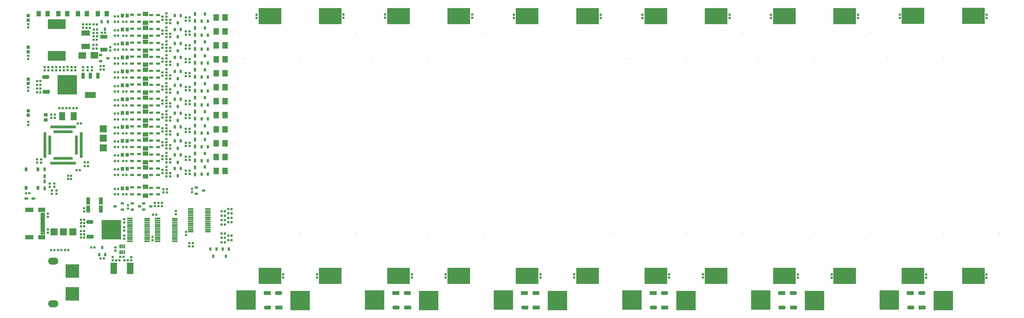
<source format=gts>
G04*
G04 #@! TF.GenerationSoftware,Altium Limited,Altium Designer,18.1.7 (191)*
G04*
G04 Layer_Color=8388736*
%FSLAX44Y44*%
%MOMM*%
G71*
G01*
G75*
%ADD57R,1.8032X2.0032*%
%ADD58R,0.8032X0.8032*%
%ADD59R,2.2032X2.2032*%
%ADD60R,6.2032X6.2032*%
G04:AMPARAMS|DCode=61|XSize=2.2032mm|YSize=1.2032mm|CornerRadius=0mm|HoleSize=0mm|Usage=FLASHONLY|Rotation=180.000|XOffset=0mm|YOffset=0mm|HoleType=Round|Shape=Octagon|*
%AMOCTAGOND61*
4,1,8,-1.1016,0.3008,-1.1016,-0.3008,-0.8008,-0.6016,0.8008,-0.6016,1.1016,-0.3008,1.1016,0.3008,0.8008,0.6016,-0.8008,0.6016,-1.1016,0.3008,0.0*
%
%ADD61OCTAGOND61*%

%ADD62R,2.2032X1.2032*%
%ADD63R,0.8032X0.8032*%
%ADD64R,7.2032X5.2032*%
%ADD65R,0.6532X1.2032*%
%ADD66R,1.4032X1.7032*%
%ADD67R,2.2032X1.3032*%
%ADD68R,0.7532X1.0032*%
%ADD69R,1.0032X0.7532*%
%ADD70R,5.6032X3.1032*%
%ADD71R,1.7032X1.4032*%
%ADD72R,3.4032X1.9032*%
%ADD73R,1.1032X1.9032*%
%ADD74R,0.5532X1.2032*%
%ADD75R,0.5532X1.2032*%
G04:AMPARAMS|DCode=76|XSize=1.6732mm|YSize=0.6832mm|CornerRadius=0.1616mm|HoleSize=0mm|Usage=FLASHONLY|Rotation=90.000|XOffset=0mm|YOffset=0mm|HoleType=Round|Shape=RoundedRectangle|*
%AMROUNDEDRECTD76*
21,1,1.6732,0.3600,0,0,90.0*
21,1,1.3500,0.6832,0,0,90.0*
1,1,0.3232,0.1800,0.6750*
1,1,0.3232,0.1800,-0.6750*
1,1,0.3232,-0.1800,-0.6750*
1,1,0.3232,-0.1800,0.6750*
%
%ADD76ROUNDEDRECTD76*%
%ADD77R,2.4032X2.0032*%
%ADD78R,1.6532X0.5032*%
%ADD79R,1.1332X1.1832*%
%ADD80R,1.2032X0.6532*%
G04:AMPARAMS|DCode=81|XSize=0.5032mm|YSize=1.0032mm|CornerRadius=0.1766mm|HoleSize=0mm|Usage=FLASHONLY|Rotation=0.000|XOffset=0mm|YOffset=0mm|HoleType=Round|Shape=RoundedRectangle|*
%AMROUNDEDRECTD81*
21,1,0.5032,0.6500,0,0,0.0*
21,1,0.1500,1.0032,0,0,0.0*
1,1,0.3532,0.0750,-0.3250*
1,1,0.3532,-0.0750,-0.3250*
1,1,0.3532,-0.0750,0.3250*
1,1,0.3532,0.0750,0.3250*
%
%ADD81ROUNDEDRECTD81*%
G04:AMPARAMS|DCode=82|XSize=0.5032mm|YSize=1.0032mm|CornerRadius=0.1766mm|HoleSize=0mm|Usage=FLASHONLY|Rotation=90.000|XOffset=0mm|YOffset=0mm|HoleType=Round|Shape=RoundedRectangle|*
%AMROUNDEDRECTD82*
21,1,0.5032,0.6500,0,0,90.0*
21,1,0.1500,1.0032,0,0,90.0*
1,1,0.3532,0.3250,0.0750*
1,1,0.3532,0.3250,-0.0750*
1,1,0.3532,-0.3250,-0.0750*
1,1,0.3532,-0.3250,0.0750*
%
%ADD82ROUNDEDRECTD82*%
%ADD83R,1.0032X1.0032*%
%ADD84R,0.9032X1.3032*%
%ADD85R,1.1832X1.1332*%
%ADD86R,1.3532X0.8032*%
%ADD87R,1.3532X0.5032*%
%ADD88R,2.0032X3.6032*%
%ADD89R,1.3032X2.2032*%
%ADD90R,1.9032X2.6032*%
%ADD91C,0.2032*%
%ADD92R,4.2032X4.2032*%
%ADD93O,3.2032X2.2032*%
%ADD94R,2.2032X1.4032*%
%ADD95R,2.5032X1.4032*%
D57*
X914000Y711000D02*
D03*
X886000D02*
D03*
X914000Y667000D02*
D03*
X886000D02*
D03*
X914000Y975000D02*
D03*
X886000D02*
D03*
X914000Y931000D02*
D03*
X886000D02*
D03*
X914000Y887000D02*
D03*
X886000D02*
D03*
X914000Y843000D02*
D03*
X886000D02*
D03*
X914000Y798000D02*
D03*
X886000D02*
D03*
X914000Y754000D02*
D03*
X886000D02*
D03*
X914000Y1019000D02*
D03*
X886000D02*
D03*
X914000Y1063000D02*
D03*
X886000D02*
D03*
X914000Y1107000D02*
D03*
X886000D02*
D03*
X914000Y1151000D02*
D03*
X886000D02*
D03*
D58*
X715000Y555920D02*
D03*
Y566080D02*
D03*
X704000Y555920D02*
D03*
Y566080D02*
D03*
X693000Y555920D02*
D03*
Y566080D02*
D03*
X729000Y649920D02*
D03*
Y660080D02*
D03*
Y669920D02*
D03*
Y680080D02*
D03*
Y704080D02*
D03*
Y693920D02*
D03*
Y713920D02*
D03*
Y724080D02*
D03*
Y748080D02*
D03*
Y737920D02*
D03*
Y757920D02*
D03*
Y768080D02*
D03*
Y792080D02*
D03*
Y781920D02*
D03*
Y801920D02*
D03*
Y812080D02*
D03*
Y836080D02*
D03*
Y825920D02*
D03*
Y845920D02*
D03*
Y856080D02*
D03*
Y880080D02*
D03*
Y869920D02*
D03*
Y889920D02*
D03*
Y900080D02*
D03*
Y924080D02*
D03*
Y913920D02*
D03*
Y933920D02*
D03*
Y944080D02*
D03*
Y968080D02*
D03*
Y957920D02*
D03*
Y977920D02*
D03*
Y988080D02*
D03*
Y1012080D02*
D03*
Y1001920D02*
D03*
Y1021920D02*
D03*
Y1032080D02*
D03*
Y1056080D02*
D03*
Y1045920D02*
D03*
X729000Y1065920D02*
D03*
Y1076080D02*
D03*
X729000Y1100080D02*
D03*
Y1089920D02*
D03*
Y1109920D02*
D03*
Y1120080D02*
D03*
Y1144080D02*
D03*
Y1133920D02*
D03*
Y1153920D02*
D03*
Y1164080D02*
D03*
X685000Y448920D02*
D03*
Y459080D02*
D03*
X362000Y627080D02*
D03*
Y616920D02*
D03*
X369000Y605080D02*
D03*
Y594920D02*
D03*
X376000Y627080D02*
D03*
Y616920D02*
D03*
X383000Y605080D02*
D03*
Y594920D02*
D03*
X731000Y598920D02*
D03*
Y609080D02*
D03*
X720000D02*
D03*
Y598920D02*
D03*
X596000Y478920D02*
D03*
Y489080D02*
D03*
Y515080D02*
D03*
Y504920D02*
D03*
X1097000Y341080D02*
D03*
Y330920D02*
D03*
X1203000Y341080D02*
D03*
Y330920D02*
D03*
X1502000Y341080D02*
D03*
Y330920D02*
D03*
X1608000Y341080D02*
D03*
Y330920D02*
D03*
X1907000Y341080D02*
D03*
Y330920D02*
D03*
X2013000Y341080D02*
D03*
Y330920D02*
D03*
X2312000Y341080D02*
D03*
Y330920D02*
D03*
X2418000Y341080D02*
D03*
Y330920D02*
D03*
X2717000Y340080D02*
D03*
Y329920D02*
D03*
X2824000Y340080D02*
D03*
Y329920D02*
D03*
X3121000Y340080D02*
D03*
Y329920D02*
D03*
X3311000Y340080D02*
D03*
Y329920D02*
D03*
X1013000Y1160080D02*
D03*
Y1149920D02*
D03*
X1286000Y1161080D02*
D03*
Y1150920D02*
D03*
X1418000Y1161080D02*
D03*
Y1150920D02*
D03*
X1692000Y1161080D02*
D03*
Y1150920D02*
D03*
X1823000Y1160080D02*
D03*
Y1149920D02*
D03*
X2097000Y1160080D02*
D03*
Y1149920D02*
D03*
X2228000Y1160080D02*
D03*
Y1149920D02*
D03*
X2502000Y1160080D02*
D03*
Y1149920D02*
D03*
X2633000Y1160080D02*
D03*
Y1149920D02*
D03*
X2907000Y1160080D02*
D03*
Y1149920D02*
D03*
X3038000Y1160080D02*
D03*
Y1149920D02*
D03*
X3312000Y1160080D02*
D03*
Y1149920D02*
D03*
X791000Y475080D02*
D03*
Y464920D02*
D03*
X759000Y530920D02*
D03*
Y541080D02*
D03*
X568000Y415920D02*
D03*
Y426080D02*
D03*
X495000Y984920D02*
D03*
Y995080D02*
D03*
X481000Y984920D02*
D03*
Y995080D02*
D03*
X442000Y984920D02*
D03*
Y995080D02*
D03*
X430000Y984920D02*
D03*
Y995080D02*
D03*
X418000Y985000D02*
D03*
Y995160D02*
D03*
X406000Y984920D02*
D03*
Y995080D02*
D03*
X394000Y984920D02*
D03*
Y995080D02*
D03*
X552000Y1046920D02*
D03*
Y1057080D02*
D03*
X717000Y1099920D02*
D03*
Y1110080D02*
D03*
X322000Y692920D02*
D03*
Y703080D02*
D03*
X608000Y548920D02*
D03*
Y559080D02*
D03*
X467000Y995080D02*
D03*
Y984920D02*
D03*
X596000Y452920D02*
D03*
Y463080D02*
D03*
X467000Y1118920D02*
D03*
Y1129080D02*
D03*
X370000Y995080D02*
D03*
Y984920D02*
D03*
X346000Y995080D02*
D03*
Y984920D02*
D03*
X511000Y1102080D02*
D03*
Y1091920D02*
D03*
X500000Y1102080D02*
D03*
Y1091920D02*
D03*
X358000Y984920D02*
D03*
Y995080D02*
D03*
X741000Y660080D02*
D03*
Y649920D02*
D03*
Y704080D02*
D03*
Y693920D02*
D03*
Y748080D02*
D03*
Y737920D02*
D03*
Y792080D02*
D03*
Y781920D02*
D03*
Y836080D02*
D03*
Y825920D02*
D03*
Y880080D02*
D03*
Y869920D02*
D03*
Y924080D02*
D03*
Y913920D02*
D03*
Y968080D02*
D03*
Y957920D02*
D03*
Y1012080D02*
D03*
Y1001920D02*
D03*
Y1056080D02*
D03*
Y1045920D02*
D03*
Y1100080D02*
D03*
Y1089920D02*
D03*
Y1144080D02*
D03*
Y1133920D02*
D03*
X802000Y1140920D02*
D03*
Y1151080D02*
D03*
X790000D02*
D03*
Y1140920D02*
D03*
X717000Y1154080D02*
D03*
Y1143920D02*
D03*
X802000Y1096920D02*
D03*
Y1107080D02*
D03*
X790000D02*
D03*
Y1096920D02*
D03*
X802000Y1052920D02*
D03*
Y1063080D02*
D03*
X790000D02*
D03*
Y1052920D02*
D03*
X717000Y1066080D02*
D03*
Y1055920D02*
D03*
X802000Y1009920D02*
D03*
Y1020080D02*
D03*
X790000D02*
D03*
Y1009920D02*
D03*
X717000Y1022080D02*
D03*
Y1011920D02*
D03*
X802000Y965920D02*
D03*
Y976080D02*
D03*
X790000D02*
D03*
Y965920D02*
D03*
X717000Y978080D02*
D03*
Y967920D02*
D03*
X802000Y921920D02*
D03*
Y932080D02*
D03*
X790000D02*
D03*
Y921920D02*
D03*
X717000Y934080D02*
D03*
Y923920D02*
D03*
Y890080D02*
D03*
Y879920D02*
D03*
X790000Y888080D02*
D03*
Y877920D02*
D03*
X802000Y877920D02*
D03*
Y888080D02*
D03*
X717000Y846080D02*
D03*
Y835920D02*
D03*
X790000Y844080D02*
D03*
Y833920D02*
D03*
X802000D02*
D03*
Y844080D02*
D03*
X717000Y802080D02*
D03*
Y791920D02*
D03*
X790000Y800080D02*
D03*
Y789920D02*
D03*
X802000Y789920D02*
D03*
Y800080D02*
D03*
Y745920D02*
D03*
Y756080D02*
D03*
X790000Y756080D02*
D03*
Y745920D02*
D03*
X717000Y758080D02*
D03*
Y747920D02*
D03*
Y714080D02*
D03*
Y703920D02*
D03*
X790000Y712080D02*
D03*
Y701920D02*
D03*
X802000Y701920D02*
D03*
Y712080D02*
D03*
Y657920D02*
D03*
Y668080D02*
D03*
X790000Y668080D02*
D03*
Y657920D02*
D03*
X294000Y811920D02*
D03*
Y822080D02*
D03*
X810000Y599920D02*
D03*
Y610080D02*
D03*
X382000Y984920D02*
D03*
Y995080D02*
D03*
X294000Y919920D02*
D03*
Y930080D02*
D03*
Y1019920D02*
D03*
Y1030080D02*
D03*
Y1119920D02*
D03*
Y1130080D02*
D03*
X470000Y549080D02*
D03*
Y538920D02*
D03*
X717000Y659920D02*
D03*
Y670080D02*
D03*
X560000Y395080D02*
D03*
Y384920D02*
D03*
X812000Y439080D02*
D03*
Y428920D02*
D03*
X335000Y703080D02*
D03*
Y692920D02*
D03*
X419000Y641920D02*
D03*
Y652080D02*
D03*
X429000Y641920D02*
D03*
Y652080D02*
D03*
X618000Y384920D02*
D03*
Y395080D02*
D03*
X801000Y439080D02*
D03*
Y428920D02*
D03*
X378000Y834920D02*
D03*
Y845080D02*
D03*
X367000D02*
D03*
Y834920D02*
D03*
X356000Y482080D02*
D03*
Y471920D02*
D03*
X356000Y521920D02*
D03*
Y532080D02*
D03*
D59*
X435000Y475000D02*
D03*
X405000D02*
D03*
X375000D02*
D03*
X530000Y800000D02*
D03*
Y740000D02*
D03*
Y770000D02*
D03*
D60*
X555500Y482000D02*
D03*
X980000Y259998D02*
D03*
X1150000Y257998D02*
D03*
X417000Y939000D02*
D03*
X1555000Y257998D02*
D03*
X1385000Y259998D02*
D03*
X1960000Y257998D02*
D03*
X1790000Y259998D02*
D03*
X2365000Y257998D02*
D03*
X2195000Y259998D02*
D03*
X2770000Y257998D02*
D03*
X2600000Y259998D02*
D03*
X3175000Y257998D02*
D03*
X3005000Y259998D02*
D03*
D61*
X488000Y506000D02*
D03*
X1047500Y235998D02*
D03*
X1082500Y281998D02*
D03*
X349500Y963000D02*
D03*
X1487500Y281998D02*
D03*
X1452500Y235998D02*
D03*
X1892500Y281998D02*
D03*
X1857500Y235998D02*
D03*
X2297500Y281998D02*
D03*
X2262500Y235998D02*
D03*
X2702500Y281998D02*
D03*
X2667500Y235998D02*
D03*
X3107500Y281998D02*
D03*
X3072500Y235998D02*
D03*
D62*
X489000Y460000D02*
D03*
X1046500Y281998D02*
D03*
X1083500Y235998D02*
D03*
X350500Y917000D02*
D03*
X1488500Y235998D02*
D03*
X1451500Y281998D02*
D03*
X1893500Y235998D02*
D03*
X1856500Y281998D02*
D03*
X2298500Y235998D02*
D03*
X2261500Y281998D02*
D03*
X2703500Y235998D02*
D03*
X2666500Y281998D02*
D03*
X3108500Y235998D02*
D03*
X3071500Y281998D02*
D03*
D63*
X459920Y467000D02*
D03*
X470080D02*
D03*
X459920Y503000D02*
D03*
X470080D02*
D03*
Y457000D02*
D03*
X459920D02*
D03*
Y477000D02*
D03*
X470080D02*
D03*
X459920Y513000D02*
D03*
X470080D02*
D03*
X459920Y493000D02*
D03*
X470080D02*
D03*
X686920Y529000D02*
D03*
X697080D02*
D03*
X532080Y987000D02*
D03*
X521920D02*
D03*
X536080Y1103000D02*
D03*
X525920D02*
D03*
X532080Y998000D02*
D03*
X521920D02*
D03*
X482080Y682000D02*
D03*
X471920D02*
D03*
X510080Y1081000D02*
D03*
X499920D02*
D03*
X509080Y1053000D02*
D03*
X498920D02*
D03*
Y1065000D02*
D03*
X509080D02*
D03*
X500920Y1113000D02*
D03*
X511080D02*
D03*
X477920Y1118000D02*
D03*
X488080D02*
D03*
X510080Y1129000D02*
D03*
X499920D02*
D03*
X488080D02*
D03*
X477920D02*
D03*
X592920Y874000D02*
D03*
X603080D02*
D03*
X577080D02*
D03*
X566920D02*
D03*
X592920Y593000D02*
D03*
X603080D02*
D03*
X577080D02*
D03*
X566920D02*
D03*
X592920Y1138000D02*
D03*
X603080D02*
D03*
X577080D02*
D03*
X566920D02*
D03*
X592920Y1094000D02*
D03*
X603080D02*
D03*
X577080D02*
D03*
X566920D02*
D03*
X592920Y1050000D02*
D03*
X603080D02*
D03*
X577080D02*
D03*
X566920D02*
D03*
X592920Y1006000D02*
D03*
X603080D02*
D03*
X577080D02*
D03*
X566920D02*
D03*
X592920Y962000D02*
D03*
X603080D02*
D03*
X577080D02*
D03*
X566920D02*
D03*
X592920Y918000D02*
D03*
X603080D02*
D03*
X577080D02*
D03*
X566920D02*
D03*
X592920Y830000D02*
D03*
X603080D02*
D03*
X577080D02*
D03*
X566920D02*
D03*
X592920Y786000D02*
D03*
X603080D02*
D03*
X577080D02*
D03*
X566920D02*
D03*
X592920Y742000D02*
D03*
X603080D02*
D03*
X577080D02*
D03*
X566920D02*
D03*
X592920Y698000D02*
D03*
X603080D02*
D03*
X577080D02*
D03*
X566920D02*
D03*
X592920Y654000D02*
D03*
X603080D02*
D03*
X577080D02*
D03*
X566920D02*
D03*
X566920Y610000D02*
D03*
X577080D02*
D03*
X566920Y1155000D02*
D03*
X577080D02*
D03*
X566920Y1111000D02*
D03*
X577080D02*
D03*
X566920Y1067000D02*
D03*
X577080D02*
D03*
X566920Y1023000D02*
D03*
X577080D02*
D03*
X566920Y979000D02*
D03*
X577080D02*
D03*
X566920Y935000D02*
D03*
X577080D02*
D03*
X566920Y891000D02*
D03*
X577080D02*
D03*
X566920Y848000D02*
D03*
X577080D02*
D03*
X566920Y804000D02*
D03*
X577080D02*
D03*
X566920Y760000D02*
D03*
X577080D02*
D03*
X566920Y716000D02*
D03*
X577080D02*
D03*
X566920Y672000D02*
D03*
X577080D02*
D03*
X321920Y915000D02*
D03*
X332080D02*
D03*
Y939000D02*
D03*
X321920D02*
D03*
X332080Y927000D02*
D03*
X321920D02*
D03*
X594080Y396000D02*
D03*
X583920D02*
D03*
X581080Y385000D02*
D03*
X570920D02*
D03*
X398080Y417000D02*
D03*
X387920D02*
D03*
X902920Y442000D02*
D03*
X913080D02*
D03*
X923920Y463000D02*
D03*
X934080D02*
D03*
X449840Y817000D02*
D03*
X460000D02*
D03*
X502080Y426000D02*
D03*
X491920D02*
D03*
X376080Y417000D02*
D03*
X365920D02*
D03*
X321920Y951000D02*
D03*
X332080D02*
D03*
X413920Y865000D02*
D03*
X424080D02*
D03*
X446080D02*
D03*
X435920D02*
D03*
X391920Y865000D02*
D03*
X402080D02*
D03*
X286920Y597000D02*
D03*
X297080D02*
D03*
X446920Y670000D02*
D03*
X457080D02*
D03*
X471920Y694000D02*
D03*
X482080D02*
D03*
X521920Y391000D02*
D03*
X532080D02*
D03*
X420080Y417000D02*
D03*
X409920D02*
D03*
X923920Y547000D02*
D03*
X934080D02*
D03*
X923920Y533000D02*
D03*
X934080D02*
D03*
X902920Y540000D02*
D03*
X913080D02*
D03*
X923920Y519190D02*
D03*
X934080D02*
D03*
X902920Y526000D02*
D03*
X913080D02*
D03*
X902920Y512000D02*
D03*
X913080D02*
D03*
X923920Y505000D02*
D03*
X934080D02*
D03*
X902920Y498000D02*
D03*
X913080D02*
D03*
X902920Y470000D02*
D03*
X913080D02*
D03*
X902920Y456000D02*
D03*
X913080D02*
D03*
X923920Y449000D02*
D03*
X934080D02*
D03*
X596920Y385000D02*
D03*
X607080D02*
D03*
D64*
X3270000Y1156352D02*
D03*
X3270000Y336352D02*
D03*
X3080000D02*
D03*
Y1156352D02*
D03*
X2865000Y1156000D02*
D03*
X2865000Y336000D02*
D03*
X2675000D02*
D03*
Y1156000D02*
D03*
X2460000D02*
D03*
X2460000Y336000D02*
D03*
X2270000D02*
D03*
Y1156000D02*
D03*
X2055000Y1156000D02*
D03*
X2055000Y336000D02*
D03*
X1865000D02*
D03*
Y1156000D02*
D03*
X1650000Y1156000D02*
D03*
X1650000Y336000D02*
D03*
X1460000D02*
D03*
Y1156000D02*
D03*
X1245000Y1156000D02*
D03*
X1245000Y336000D02*
D03*
X1055000D02*
D03*
Y1156000D02*
D03*
D65*
X346000Y612000D02*
D03*
Y634000D02*
D03*
Y672000D02*
D03*
Y650000D02*
D03*
X819000Y678000D02*
D03*
Y656000D02*
D03*
Y722000D02*
D03*
Y700000D02*
D03*
Y766000D02*
D03*
Y744000D02*
D03*
Y810000D02*
D03*
Y788000D02*
D03*
Y854000D02*
D03*
Y832000D02*
D03*
Y898000D02*
D03*
Y876000D02*
D03*
Y942000D02*
D03*
Y920000D02*
D03*
Y986000D02*
D03*
Y964000D02*
D03*
Y1030000D02*
D03*
Y1008000D02*
D03*
Y1074000D02*
D03*
Y1052000D02*
D03*
Y1118000D02*
D03*
Y1096000D02*
D03*
Y1162000D02*
D03*
Y1140000D02*
D03*
D66*
X327092Y1163000D02*
D03*
X355000D02*
D03*
X513046Y1163000D02*
D03*
X540954D02*
D03*
X451046D02*
D03*
X478954D02*
D03*
X389046D02*
D03*
X416954D02*
D03*
D67*
X532000Y1050000D02*
D03*
Y1090000D02*
D03*
D68*
X535000Y1114500D02*
D03*
X525500Y1137500D02*
D03*
X544500D02*
D03*
X765000Y651500D02*
D03*
X755500Y674500D02*
D03*
X774500D02*
D03*
X765000Y694500D02*
D03*
X755500Y717500D02*
D03*
X774500D02*
D03*
X765000Y738500D02*
D03*
X755500Y761500D02*
D03*
X774500D02*
D03*
X765000Y782500D02*
D03*
X755500Y805500D02*
D03*
X774500D02*
D03*
X765000Y826500D02*
D03*
X755500Y849500D02*
D03*
X774500D02*
D03*
X765000Y870500D02*
D03*
X755500Y893500D02*
D03*
X774500D02*
D03*
X765000Y914500D02*
D03*
X755500Y937500D02*
D03*
X774500D02*
D03*
X765000Y958500D02*
D03*
X755500Y981500D02*
D03*
X774500D02*
D03*
X765000Y1002500D02*
D03*
X755500Y1025500D02*
D03*
X774500D02*
D03*
X765000Y1046500D02*
D03*
X755500Y1069500D02*
D03*
X774500D02*
D03*
X765000Y1090500D02*
D03*
X755500Y1113500D02*
D03*
X774500D02*
D03*
X765000Y1134500D02*
D03*
X755500Y1157500D02*
D03*
X774500D02*
D03*
X850000Y1162500D02*
D03*
X859500Y1139500D02*
D03*
X840500D02*
D03*
X850000Y1118500D02*
D03*
X859500Y1095500D02*
D03*
X840500D02*
D03*
X850000Y1074500D02*
D03*
X859500Y1051500D02*
D03*
X840500D02*
D03*
X850000Y1030500D02*
D03*
X859500Y1007500D02*
D03*
X840500D02*
D03*
X850000Y986500D02*
D03*
X859500Y963500D02*
D03*
X840500D02*
D03*
X850000Y942500D02*
D03*
X859500Y919500D02*
D03*
X840500D02*
D03*
X850000Y898500D02*
D03*
X859500Y875500D02*
D03*
X840500D02*
D03*
X850000Y854500D02*
D03*
X859500Y831500D02*
D03*
X840500D02*
D03*
X850000Y809500D02*
D03*
X859500Y786500D02*
D03*
X840500D02*
D03*
X850000Y766500D02*
D03*
X859500Y743500D02*
D03*
X840500D02*
D03*
X850000Y722500D02*
D03*
X859500Y699500D02*
D03*
X840500D02*
D03*
X850000Y679500D02*
D03*
X859500Y656500D02*
D03*
X840500D02*
D03*
X517500Y402500D02*
D03*
X536500D02*
D03*
X527000Y425500D02*
D03*
X925500Y420500D02*
D03*
X906500D02*
D03*
X916000Y397500D02*
D03*
X886500Y420500D02*
D03*
X867500D02*
D03*
X877000Y397500D02*
D03*
D69*
X545000Y1023000D02*
D03*
X522000Y1013500D02*
D03*
Y1032500D02*
D03*
X644500Y555000D02*
D03*
X621500Y545500D02*
D03*
Y564500D02*
D03*
X680500Y555000D02*
D03*
X657500Y545500D02*
D03*
Y564500D02*
D03*
X567500Y555000D02*
D03*
X590500Y564500D02*
D03*
Y545500D02*
D03*
X846500Y605000D02*
D03*
X823500Y595500D02*
D03*
Y614500D02*
D03*
D70*
X384000Y1130000D02*
D03*
Y1030000D02*
D03*
D71*
X663000Y589046D02*
D03*
Y616954D02*
D03*
X663000Y1134046D02*
D03*
Y1161954D02*
D03*
Y1090046D02*
D03*
Y1117954D02*
D03*
Y1046046D02*
D03*
Y1073954D02*
D03*
Y1002046D02*
D03*
Y1029954D02*
D03*
Y958046D02*
D03*
Y985954D02*
D03*
Y914046D02*
D03*
Y941954D02*
D03*
Y870046D02*
D03*
Y897954D02*
D03*
Y826046D02*
D03*
Y853954D02*
D03*
Y782046D02*
D03*
Y809954D02*
D03*
Y738046D02*
D03*
Y765954D02*
D03*
Y694046D02*
D03*
Y721954D02*
D03*
Y650046D02*
D03*
Y677954D02*
D03*
D72*
X490000Y907000D02*
D03*
D73*
X467000Y968000D02*
D03*
X490000D02*
D03*
X513000D02*
D03*
D74*
X583500Y410500D02*
D03*
X590000Y429500D02*
D03*
X583500D02*
D03*
X590000Y410500D02*
D03*
X596500D02*
D03*
D75*
X596500Y429500D02*
D03*
D76*
X465250Y1059500D02*
D03*
X471750D02*
D03*
X478250D02*
D03*
X484750D02*
D03*
Y1102500D02*
D03*
X478250D02*
D03*
X471750D02*
D03*
X465250D02*
D03*
D77*
X502000Y1032000D02*
D03*
X464000Y1031000D02*
D03*
D78*
X668500Y490750D02*
D03*
Y484250D02*
D03*
Y477750D02*
D03*
Y471250D02*
D03*
Y464750D02*
D03*
Y458250D02*
D03*
Y445250D02*
D03*
Y451750D02*
D03*
X614000Y451800D02*
D03*
Y445300D02*
D03*
Y458300D02*
D03*
Y464800D02*
D03*
Y471300D02*
D03*
Y477800D02*
D03*
Y484300D02*
D03*
Y490800D02*
D03*
Y497300D02*
D03*
Y503800D02*
D03*
Y510300D02*
D03*
Y516800D02*
D03*
X668500Y516750D02*
D03*
Y510250D02*
D03*
Y503750D02*
D03*
Y497250D02*
D03*
X755500Y490750D02*
D03*
Y484250D02*
D03*
Y477750D02*
D03*
Y471250D02*
D03*
Y464750D02*
D03*
Y458250D02*
D03*
Y445250D02*
D03*
Y451750D02*
D03*
X701000Y451800D02*
D03*
Y445300D02*
D03*
Y458300D02*
D03*
Y464800D02*
D03*
Y471300D02*
D03*
Y477800D02*
D03*
Y484300D02*
D03*
Y490800D02*
D03*
Y497300D02*
D03*
Y503800D02*
D03*
Y510300D02*
D03*
Y516800D02*
D03*
X755500Y516750D02*
D03*
Y510250D02*
D03*
Y503750D02*
D03*
Y497250D02*
D03*
X805500Y501373D02*
D03*
Y507873D02*
D03*
Y514373D02*
D03*
Y520873D02*
D03*
Y527373D02*
D03*
Y533873D02*
D03*
Y546873D02*
D03*
Y540373D02*
D03*
X860000Y540323D02*
D03*
Y546823D02*
D03*
Y533823D02*
D03*
Y527323D02*
D03*
Y520823D02*
D03*
Y514323D02*
D03*
Y507823D02*
D03*
Y501323D02*
D03*
Y494823D02*
D03*
Y488323D02*
D03*
Y481823D02*
D03*
Y475323D02*
D03*
X805500Y475373D02*
D03*
Y481873D02*
D03*
Y488373D02*
D03*
Y494873D02*
D03*
D79*
X605700Y612000D02*
D03*
X590300D02*
D03*
X605700Y1157000D02*
D03*
X590300D02*
D03*
X605700Y1113000D02*
D03*
X590300D02*
D03*
X605700Y1069000D02*
D03*
X590300D02*
D03*
X605700Y1025000D02*
D03*
X590300D02*
D03*
X605700Y981000D02*
D03*
X590300D02*
D03*
X605700Y937000D02*
D03*
X590300D02*
D03*
X605700Y893000D02*
D03*
X590300D02*
D03*
X605700Y806000D02*
D03*
X590300D02*
D03*
X605700Y850000D02*
D03*
X590300D02*
D03*
X605700Y762000D02*
D03*
X590300D02*
D03*
X605700Y718000D02*
D03*
X590300D02*
D03*
X605700Y674000D02*
D03*
X590300D02*
D03*
D80*
X681000Y614000D02*
D03*
X703000D02*
D03*
X703000Y593000D02*
D03*
X681000D02*
D03*
X643000Y615000D02*
D03*
X621000D02*
D03*
X621000Y593000D02*
D03*
X643000D02*
D03*
X681000Y1159000D02*
D03*
X703000D02*
D03*
X703000Y1138000D02*
D03*
X681000D02*
D03*
X643000Y1160000D02*
D03*
X621000D02*
D03*
X621000Y1138000D02*
D03*
X643000D02*
D03*
X681000Y1115000D02*
D03*
X703000D02*
D03*
X703000Y1094000D02*
D03*
X681000D02*
D03*
X643000Y1116000D02*
D03*
X621000D02*
D03*
X621000Y1094000D02*
D03*
X643000D02*
D03*
X621000Y1050000D02*
D03*
X643000D02*
D03*
X643000Y1072000D02*
D03*
X621000D02*
D03*
X703000Y1050000D02*
D03*
X681000D02*
D03*
X681000Y1071000D02*
D03*
X703000D02*
D03*
X621000Y1006000D02*
D03*
X643000D02*
D03*
X643000Y1028000D02*
D03*
X621000D02*
D03*
X703000Y1006000D02*
D03*
X681000D02*
D03*
X681000Y1027000D02*
D03*
X703000D02*
D03*
X621000Y962000D02*
D03*
X643000D02*
D03*
X643000Y984000D02*
D03*
X621000D02*
D03*
X703000Y962000D02*
D03*
X681000D02*
D03*
X681000Y983000D02*
D03*
X703000D02*
D03*
X681000Y939000D02*
D03*
X703000D02*
D03*
X703000Y918000D02*
D03*
X681000D02*
D03*
X643000Y940000D02*
D03*
X621000D02*
D03*
X621000Y918000D02*
D03*
X643000D02*
D03*
X621000Y874000D02*
D03*
X643000D02*
D03*
X643000Y896000D02*
D03*
X621000D02*
D03*
X703000Y874000D02*
D03*
X681000D02*
D03*
X681000Y895000D02*
D03*
X703000D02*
D03*
X681000Y851000D02*
D03*
X703000D02*
D03*
X703000Y830000D02*
D03*
X681000D02*
D03*
X643000Y852000D02*
D03*
X621000D02*
D03*
X621000Y830000D02*
D03*
X643000D02*
D03*
X621000Y786000D02*
D03*
X643000D02*
D03*
X643000Y808000D02*
D03*
X621000D02*
D03*
X703000Y786000D02*
D03*
X681000D02*
D03*
X681000Y807000D02*
D03*
X703000D02*
D03*
X621000Y742000D02*
D03*
X643000D02*
D03*
X643000Y764000D02*
D03*
X621000D02*
D03*
X703000Y742000D02*
D03*
X681000D02*
D03*
X681000Y763000D02*
D03*
X703000D02*
D03*
X681000Y719000D02*
D03*
X703000D02*
D03*
X703000Y698000D02*
D03*
X681000D02*
D03*
X643000Y720000D02*
D03*
X621000D02*
D03*
X621000Y698000D02*
D03*
X643000D02*
D03*
X621000Y676000D02*
D03*
X643000D02*
D03*
X681000Y654000D02*
D03*
X703000D02*
D03*
X643000Y654000D02*
D03*
X621000D02*
D03*
X703000Y675000D02*
D03*
X681000D02*
D03*
X288000Y580000D02*
D03*
X310000D02*
D03*
D81*
X431000Y691750D02*
D03*
X436000D02*
D03*
X426000D02*
D03*
X441000D02*
D03*
X416000D02*
D03*
X421000D02*
D03*
X406000D02*
D03*
X411000D02*
D03*
X391000D02*
D03*
X401000D02*
D03*
X396000D02*
D03*
X371000D02*
D03*
X376000D02*
D03*
X366000D02*
D03*
X386000D02*
D03*
X381000D02*
D03*
X441000Y806170D02*
D03*
X436000D02*
D03*
X431000D02*
D03*
X426000D02*
D03*
X406000D02*
D03*
X411000D02*
D03*
X401000D02*
D03*
X421000D02*
D03*
X416000D02*
D03*
X396000D02*
D03*
X391000D02*
D03*
X386000D02*
D03*
X371000D02*
D03*
X366000D02*
D03*
X381000D02*
D03*
X376000D02*
D03*
X431500Y790750D02*
D03*
X426500Y790750D02*
D03*
X421500Y790750D02*
D03*
X416500Y790750D02*
D03*
X411500D02*
D03*
X406500D02*
D03*
X401500D02*
D03*
X396500D02*
D03*
X391500Y790750D02*
D03*
X386500Y790750D02*
D03*
X381500D02*
D03*
X376500D02*
D03*
X431500Y707250D02*
D03*
X426500D02*
D03*
X421500D02*
D03*
X416500D02*
D03*
X411500D02*
D03*
X406500D02*
D03*
X401500D02*
D03*
X396500D02*
D03*
X391500D02*
D03*
X386500D02*
D03*
X381500D02*
D03*
X376500D02*
D03*
D82*
X460500Y711250D02*
D03*
Y721250D02*
D03*
Y726250D02*
D03*
Y716250D02*
D03*
Y736250D02*
D03*
Y731250D02*
D03*
Y741250D02*
D03*
Y746250D02*
D03*
Y751250D02*
D03*
X346500Y736250D02*
D03*
Y741250D02*
D03*
Y731250D02*
D03*
Y751250D02*
D03*
Y746250D02*
D03*
Y716250D02*
D03*
Y711250D02*
D03*
Y726250D02*
D03*
Y721250D02*
D03*
X460500Y761250D02*
D03*
Y766250D02*
D03*
Y756250D02*
D03*
Y786250D02*
D03*
Y771250D02*
D03*
Y776250D02*
D03*
Y781250D02*
D03*
X346500Y761250D02*
D03*
Y766250D02*
D03*
Y756250D02*
D03*
Y776250D02*
D03*
Y781250D02*
D03*
Y771250D02*
D03*
Y786250D02*
D03*
X362250Y776500D02*
D03*
Y771500D02*
D03*
Y766500D02*
D03*
Y761500D02*
D03*
Y756500D02*
D03*
Y751500D02*
D03*
Y746500D02*
D03*
Y741500D02*
D03*
Y736500D02*
D03*
Y731500D02*
D03*
Y726500D02*
D03*
Y721500D02*
D03*
X445750Y776500D02*
D03*
Y771500D02*
D03*
Y766500D02*
D03*
Y761500D02*
D03*
Y756500D02*
D03*
Y751500D02*
D03*
Y746500D02*
D03*
Y741500D02*
D03*
Y736500D02*
D03*
Y731500D02*
D03*
Y726500D02*
D03*
Y721500D02*
D03*
D83*
X294000Y857000D02*
D03*
Y843000D02*
D03*
Y943000D02*
D03*
Y957000D02*
D03*
Y1043000D02*
D03*
Y1057000D02*
D03*
Y1143000D02*
D03*
Y1157000D02*
D03*
D84*
X287500Y672500D02*
D03*
Y613500D02*
D03*
X324500D02*
D03*
Y672500D02*
D03*
D85*
X349000Y843700D02*
D03*
Y828300D02*
D03*
D86*
X340160Y532000D02*
D03*
Y524500D02*
D03*
X340190Y477500D02*
D03*
X340160Y470000D02*
D03*
D87*
Y518500D02*
D03*
Y513500D02*
D03*
Y508500D02*
D03*
Y503500D02*
D03*
X340190Y498500D02*
D03*
X340160Y493500D02*
D03*
Y488500D02*
D03*
Y483500D02*
D03*
D88*
X615000Y360000D02*
D03*
X563000D02*
D03*
D89*
X523000Y572000D02*
D03*
X483000D02*
D03*
X523000Y547000D02*
D03*
X483000D02*
D03*
D90*
X437500Y840123D02*
D03*
X400500D02*
D03*
D91*
X3175000Y1022704D02*
D03*
Y470000D02*
D03*
X3351000Y470352D02*
D03*
X3352000Y1105352D02*
D03*
X2999000Y1022352D02*
D03*
X2770000Y1022352D02*
D03*
Y469648D02*
D03*
X2946000Y470000D02*
D03*
X2947000Y1105000D02*
D03*
X2594000Y1022000D02*
D03*
X2365000Y1022352D02*
D03*
Y469648D02*
D03*
X2541000Y470000D02*
D03*
X2542000Y1105000D02*
D03*
X2189000Y1022000D02*
D03*
X1960000Y1022352D02*
D03*
Y469648D02*
D03*
X2136000Y470000D02*
D03*
X2137000Y1105000D02*
D03*
X1784000Y1022000D02*
D03*
X1555000Y1022352D02*
D03*
Y469648D02*
D03*
X1731000Y470000D02*
D03*
X1732000Y1105000D02*
D03*
X1379000Y1022000D02*
D03*
X1150000Y1022352D02*
D03*
Y469648D02*
D03*
X1326000Y470000D02*
D03*
X1327000Y1105000D02*
D03*
X974000Y1022000D02*
D03*
X329190Y531000D02*
D03*
Y471000D02*
D03*
D92*
X433000Y351500D02*
D03*
Y279500D02*
D03*
D93*
X373000Y383000D02*
D03*
Y248000D02*
D03*
D94*
X336360Y544200D02*
D03*
Y457700D02*
D03*
D95*
X297760Y544200D02*
D03*
Y457700D02*
D03*
M02*

</source>
